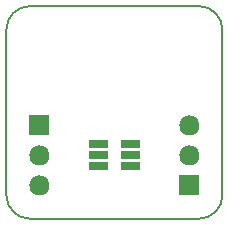
<source format=gbr>
G04 #@! TF.GenerationSoftware,KiCad,Pcbnew,5.0.1-33cea8e~68~ubuntu18.10.1*
G04 #@! TF.CreationDate,2018-12-01T22:14:16+02:00*
G04 #@! TF.ProjectId,BRK-SOT-23-6,42524B2D534F542D32332D362E6B6963,v1.0*
G04 #@! TF.SameCoordinates,Original*
G04 #@! TF.FileFunction,Soldermask,Top*
G04 #@! TF.FilePolarity,Negative*
%FSLAX46Y46*%
G04 Gerber Fmt 4.6, Leading zero omitted, Abs format (unit mm)*
G04 Created by KiCad (PCBNEW 5.0.1-33cea8e~68~ubuntu18.10.1) date la  1. joulukuuta 2018 22.14.16*
%MOMM*%
%LPD*%
G01*
G04 APERTURE LIST*
%ADD10C,0.150000*%
%ADD11C,0.100000*%
G04 APERTURE END LIST*
D10*
X52000000Y-68000000D02*
G75*
G02X50000000Y-66000000I0J2000000D01*
G01*
X68300000Y-66000000D02*
G75*
G02X66300000Y-68000000I-2000000J0D01*
G01*
X66300000Y-50000000D02*
G75*
G02X68300000Y-52000000I0J-2000000D01*
G01*
X50000000Y-52000000D02*
G75*
G02X52000000Y-50000000I2000000J0D01*
G01*
X66300000Y-68000000D02*
X52000000Y-68000000D01*
X68300000Y-52000000D02*
X68300000Y-66000000D01*
X52000000Y-50000000D02*
X66300000Y-50000000D01*
X50000000Y-66000000D02*
X50000000Y-52000000D01*
D11*
G36*
X52966627Y-64342299D02*
X53057088Y-64369740D01*
X53126855Y-64390903D01*
X53180712Y-64419691D01*
X53274517Y-64469830D01*
X53403948Y-64576052D01*
X53510170Y-64705483D01*
X53560309Y-64799288D01*
X53589097Y-64853145D01*
X53589097Y-64853146D01*
X53637701Y-65013373D01*
X53654113Y-65180000D01*
X53637701Y-65346627D01*
X53637700Y-65346629D01*
X53589097Y-65506855D01*
X53560309Y-65560712D01*
X53510170Y-65654517D01*
X53403948Y-65783948D01*
X53274517Y-65890170D01*
X53180712Y-65940309D01*
X53126855Y-65969097D01*
X53057088Y-65990260D01*
X52966627Y-66017701D01*
X52841757Y-66030000D01*
X52758243Y-66030000D01*
X52633373Y-66017701D01*
X52542912Y-65990260D01*
X52473145Y-65969097D01*
X52419288Y-65940309D01*
X52325483Y-65890170D01*
X52196052Y-65783948D01*
X52089830Y-65654517D01*
X52039691Y-65560712D01*
X52010903Y-65506855D01*
X51962300Y-65346629D01*
X51962299Y-65346627D01*
X51945887Y-65180000D01*
X51962299Y-65013373D01*
X52010903Y-64853146D01*
X52010903Y-64853145D01*
X52039691Y-64799288D01*
X52089830Y-64705483D01*
X52196052Y-64576052D01*
X52325483Y-64469830D01*
X52419288Y-64419691D01*
X52473145Y-64390903D01*
X52542912Y-64369740D01*
X52633373Y-64342299D01*
X52758243Y-64330000D01*
X52841757Y-64330000D01*
X52966627Y-64342299D01*
X52966627Y-64342299D01*
G37*
G36*
X66350000Y-66030000D02*
X64650000Y-66030000D01*
X64650000Y-64330000D01*
X66350000Y-64330000D01*
X66350000Y-66030000D01*
X66350000Y-66030000D01*
G37*
G36*
X61280000Y-63875000D02*
X59720000Y-63875000D01*
X59720000Y-63225000D01*
X61280000Y-63225000D01*
X61280000Y-63875000D01*
X61280000Y-63875000D01*
G37*
G36*
X58580000Y-63875000D02*
X57020000Y-63875000D01*
X57020000Y-63225000D01*
X58580000Y-63225000D01*
X58580000Y-63875000D01*
X58580000Y-63875000D01*
G37*
G36*
X65666627Y-61802299D02*
X65757088Y-61829740D01*
X65826855Y-61850903D01*
X65880712Y-61879691D01*
X65974517Y-61929830D01*
X66103948Y-62036052D01*
X66210170Y-62165483D01*
X66260309Y-62259288D01*
X66289097Y-62313145D01*
X66289097Y-62313146D01*
X66337701Y-62473373D01*
X66354113Y-62640000D01*
X66337701Y-62806627D01*
X66337700Y-62806629D01*
X66289097Y-62966855D01*
X66260309Y-63020712D01*
X66210170Y-63114517D01*
X66103948Y-63243948D01*
X65974517Y-63350170D01*
X65880712Y-63400309D01*
X65826855Y-63429097D01*
X65757088Y-63450260D01*
X65666627Y-63477701D01*
X65541757Y-63490000D01*
X65458243Y-63490000D01*
X65333373Y-63477701D01*
X65242912Y-63450260D01*
X65173145Y-63429097D01*
X65119288Y-63400309D01*
X65025483Y-63350170D01*
X64896052Y-63243948D01*
X64789830Y-63114517D01*
X64739691Y-63020712D01*
X64710903Y-62966855D01*
X64662300Y-62806629D01*
X64662299Y-62806627D01*
X64645887Y-62640000D01*
X64662299Y-62473373D01*
X64710903Y-62313146D01*
X64710903Y-62313145D01*
X64739691Y-62259288D01*
X64789830Y-62165483D01*
X64896052Y-62036052D01*
X65025483Y-61929830D01*
X65119288Y-61879691D01*
X65173145Y-61850903D01*
X65242912Y-61829740D01*
X65333373Y-61802299D01*
X65458243Y-61790000D01*
X65541757Y-61790000D01*
X65666627Y-61802299D01*
X65666627Y-61802299D01*
G37*
G36*
X52966627Y-61802299D02*
X53057088Y-61829740D01*
X53126855Y-61850903D01*
X53180712Y-61879691D01*
X53274517Y-61929830D01*
X53403948Y-62036052D01*
X53510170Y-62165483D01*
X53560309Y-62259288D01*
X53589097Y-62313145D01*
X53589097Y-62313146D01*
X53637701Y-62473373D01*
X53654113Y-62640000D01*
X53637701Y-62806627D01*
X53637700Y-62806629D01*
X53589097Y-62966855D01*
X53560309Y-63020712D01*
X53510170Y-63114517D01*
X53403948Y-63243948D01*
X53274517Y-63350170D01*
X53180712Y-63400309D01*
X53126855Y-63429097D01*
X53057088Y-63450260D01*
X52966627Y-63477701D01*
X52841757Y-63490000D01*
X52758243Y-63490000D01*
X52633373Y-63477701D01*
X52542912Y-63450260D01*
X52473145Y-63429097D01*
X52419288Y-63400309D01*
X52325483Y-63350170D01*
X52196052Y-63243948D01*
X52089830Y-63114517D01*
X52039691Y-63020712D01*
X52010903Y-62966855D01*
X51962300Y-62806629D01*
X51962299Y-62806627D01*
X51945887Y-62640000D01*
X51962299Y-62473373D01*
X52010903Y-62313146D01*
X52010903Y-62313145D01*
X52039691Y-62259288D01*
X52089830Y-62165483D01*
X52196052Y-62036052D01*
X52325483Y-61929830D01*
X52419288Y-61879691D01*
X52473145Y-61850903D01*
X52542912Y-61829740D01*
X52633373Y-61802299D01*
X52758243Y-61790000D01*
X52841757Y-61790000D01*
X52966627Y-61802299D01*
X52966627Y-61802299D01*
G37*
G36*
X61280000Y-62925000D02*
X59720000Y-62925000D01*
X59720000Y-62275000D01*
X61280000Y-62275000D01*
X61280000Y-62925000D01*
X61280000Y-62925000D01*
G37*
G36*
X58580000Y-62925000D02*
X57020000Y-62925000D01*
X57020000Y-62275000D01*
X58580000Y-62275000D01*
X58580000Y-62925000D01*
X58580000Y-62925000D01*
G37*
G36*
X61280000Y-61975000D02*
X59720000Y-61975000D01*
X59720000Y-61325000D01*
X61280000Y-61325000D01*
X61280000Y-61975000D01*
X61280000Y-61975000D01*
G37*
G36*
X58580000Y-61975000D02*
X57020000Y-61975000D01*
X57020000Y-61325000D01*
X58580000Y-61325000D01*
X58580000Y-61975000D01*
X58580000Y-61975000D01*
G37*
G36*
X53650000Y-60950000D02*
X51950000Y-60950000D01*
X51950000Y-59250000D01*
X53650000Y-59250000D01*
X53650000Y-60950000D01*
X53650000Y-60950000D01*
G37*
G36*
X65666627Y-59262299D02*
X65757088Y-59289740D01*
X65826855Y-59310903D01*
X65880712Y-59339691D01*
X65974517Y-59389830D01*
X66103948Y-59496052D01*
X66210170Y-59625483D01*
X66260309Y-59719288D01*
X66289097Y-59773145D01*
X66289097Y-59773146D01*
X66337701Y-59933373D01*
X66354113Y-60100000D01*
X66337701Y-60266627D01*
X66337700Y-60266629D01*
X66289097Y-60426855D01*
X66260309Y-60480712D01*
X66210170Y-60574517D01*
X66103948Y-60703948D01*
X65974517Y-60810170D01*
X65880712Y-60860309D01*
X65826855Y-60889097D01*
X65757088Y-60910260D01*
X65666627Y-60937701D01*
X65541757Y-60950000D01*
X65458243Y-60950000D01*
X65333373Y-60937701D01*
X65242912Y-60910260D01*
X65173145Y-60889097D01*
X65119288Y-60860309D01*
X65025483Y-60810170D01*
X64896052Y-60703948D01*
X64789830Y-60574517D01*
X64739691Y-60480712D01*
X64710903Y-60426855D01*
X64662300Y-60266629D01*
X64662299Y-60266627D01*
X64645887Y-60100000D01*
X64662299Y-59933373D01*
X64710903Y-59773146D01*
X64710903Y-59773145D01*
X64739691Y-59719288D01*
X64789830Y-59625483D01*
X64896052Y-59496052D01*
X65025483Y-59389830D01*
X65119288Y-59339691D01*
X65173145Y-59310903D01*
X65242912Y-59289740D01*
X65333373Y-59262299D01*
X65458243Y-59250000D01*
X65541757Y-59250000D01*
X65666627Y-59262299D01*
X65666627Y-59262299D01*
G37*
M02*

</source>
